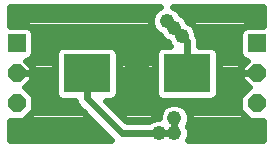
<source format=gtl>
G75*
G70*
%OFA0B0*%
%FSLAX24Y24*%
%IPPOS*%
%LPD*%
%AMOC8*
5,1,8,0,0,1.08239X$1,22.5*
%
%ADD10R,0.1575X0.1260*%
%ADD11R,0.0594X0.0594*%
%ADD12OC8,0.0594*%
%ADD13C,0.0240*%
%ADD14C,0.0400*%
%ADD15C,0.0900*%
%ADD16C,0.0480*%
D10*
X003048Y002720D03*
X006392Y002720D03*
D11*
X008720Y003720D03*
X000720Y003720D03*
D12*
X000720Y002720D03*
X000720Y001720D03*
X008720Y001720D03*
X008720Y002720D03*
D13*
X000500Y001143D02*
X000500Y000500D01*
X003874Y000500D01*
X002709Y001665D01*
X002649Y001810D01*
X002205Y001810D01*
X002102Y001853D01*
X002024Y001931D01*
X001981Y002034D01*
X001981Y003406D01*
X002024Y003509D01*
X002102Y003587D01*
X002205Y003630D01*
X003891Y003630D01*
X003994Y003587D01*
X004073Y003509D01*
X004116Y003406D01*
X004116Y002034D01*
X004073Y001931D01*
X003994Y001853D01*
X003891Y001810D01*
X003696Y001810D01*
X004386Y001120D01*
X005135Y001120D01*
X005175Y001161D01*
X005367Y001240D01*
X005450Y001240D01*
X005450Y001323D01*
X005529Y001515D01*
X005675Y001661D01*
X005867Y001740D01*
X006073Y001740D01*
X006265Y001661D01*
X006411Y001515D01*
X006490Y001323D01*
X006490Y001117D01*
X006429Y000970D01*
X006490Y000823D01*
X006490Y000617D01*
X006442Y000500D01*
X008940Y000500D01*
X008940Y001143D01*
X008481Y001143D01*
X008143Y001481D01*
X008143Y001959D01*
X008447Y002262D01*
X008203Y002506D01*
X008203Y002720D01*
X008720Y002720D01*
X008720Y002720D01*
X008203Y002720D01*
X008203Y002934D01*
X008412Y003143D01*
X008367Y003143D01*
X008265Y003186D01*
X008186Y003265D01*
X008143Y003367D01*
X008143Y004073D01*
X008186Y004175D01*
X008265Y004254D01*
X008367Y004297D01*
X008940Y004297D01*
X008940Y004940D01*
X005944Y004940D01*
X006015Y004911D01*
X006161Y004765D01*
X006191Y004691D01*
X006265Y004661D01*
X006411Y004515D01*
X006441Y004441D01*
X006515Y004411D01*
X006661Y004265D01*
X006740Y004073D01*
X006740Y004003D01*
X006792Y003878D01*
X006792Y003630D01*
X007235Y003630D01*
X007338Y003587D01*
X007416Y003509D01*
X007459Y003406D01*
X007459Y002034D01*
X007416Y001931D01*
X007338Y001853D01*
X007235Y001810D01*
X005549Y001810D01*
X005446Y001853D01*
X005367Y001931D01*
X005324Y002034D01*
X005324Y003406D01*
X005367Y003509D01*
X005446Y003587D01*
X005549Y003630D01*
X005825Y003630D01*
X005779Y003675D01*
X005749Y003749D01*
X005675Y003779D01*
X005529Y003925D01*
X005499Y003999D01*
X005425Y004029D01*
X005279Y004175D01*
X005200Y004367D01*
X005200Y004573D01*
X005279Y004765D01*
X005425Y004911D01*
X005496Y004940D01*
X000500Y004940D01*
X000500Y004297D01*
X001073Y004297D01*
X001175Y004254D01*
X001254Y004175D01*
X001297Y004073D01*
X001297Y003367D01*
X001254Y003265D01*
X001175Y003186D01*
X001073Y003143D01*
X001028Y003143D01*
X001237Y002934D01*
X001237Y002720D01*
X000720Y002720D01*
X000720Y002720D01*
X001237Y002720D01*
X001237Y002506D01*
X000993Y002262D01*
X001297Y001959D01*
X001297Y001481D01*
X000959Y001143D01*
X000500Y001143D01*
X000500Y000936D02*
X003439Y000936D01*
X003200Y001174D02*
X000990Y001174D01*
X001228Y001413D02*
X002962Y001413D01*
X002723Y001651D02*
X001297Y001651D01*
X001297Y001890D02*
X002066Y001890D01*
X001981Y002128D02*
X001128Y002128D01*
X001097Y002367D02*
X001981Y002367D01*
X001981Y002605D02*
X001237Y002605D01*
X001237Y002844D02*
X001981Y002844D01*
X001981Y003082D02*
X001089Y003082D01*
X001277Y003321D02*
X001981Y003321D01*
X002074Y003559D02*
X001297Y003559D01*
X001297Y003798D02*
X005657Y003798D01*
X005419Y004036D02*
X001297Y004036D01*
X001126Y004275D02*
X005238Y004275D01*
X005200Y004513D02*
X000500Y004513D01*
X000500Y004752D02*
X005274Y004752D01*
X005720Y004470D02*
X006220Y003970D01*
X006392Y003798D01*
X006392Y002720D01*
X005324Y002605D02*
X004116Y002605D01*
X004116Y002367D02*
X005324Y002367D01*
X005324Y002128D02*
X004116Y002128D01*
X004031Y001890D02*
X005409Y001890D01*
X005666Y001651D02*
X003855Y001651D01*
X004093Y001413D02*
X005487Y001413D01*
X005207Y001174D02*
X004332Y001174D01*
X004220Y000720D02*
X005470Y000720D01*
X005970Y000720D01*
X005970Y001220D01*
X006453Y001413D02*
X008212Y001413D01*
X008450Y001174D02*
X006490Y001174D01*
X006444Y000936D02*
X008940Y000936D01*
X008940Y000697D02*
X006490Y000697D01*
X006274Y001651D02*
X008143Y001651D01*
X008143Y001890D02*
X007374Y001890D01*
X007459Y002128D02*
X008312Y002128D01*
X008343Y002367D02*
X007459Y002367D01*
X007459Y002605D02*
X008203Y002605D01*
X008203Y002844D02*
X007459Y002844D01*
X007459Y003082D02*
X008351Y003082D01*
X008163Y003321D02*
X007459Y003321D01*
X007366Y003559D02*
X008143Y003559D01*
X008143Y003798D02*
X006792Y003798D01*
X006740Y004036D02*
X008143Y004036D01*
X008314Y004275D02*
X006651Y004275D01*
X006411Y004513D02*
X008940Y004513D01*
X008940Y004752D02*
X006166Y004752D01*
X005417Y003559D02*
X004023Y003559D01*
X004116Y003321D02*
X005324Y003321D01*
X005324Y003082D02*
X004116Y003082D01*
X004116Y002844D02*
X005324Y002844D01*
X003048Y002720D02*
X003048Y001892D01*
X004220Y000720D01*
X003677Y000697D02*
X000500Y000697D01*
D14*
X000720Y000720D03*
X001220Y000720D03*
X001720Y000720D03*
X004470Y001970D03*
X004970Y001970D03*
X004970Y003470D03*
X004470Y003470D03*
X001720Y004720D03*
X001220Y004720D03*
X000720Y004720D03*
X008220Y004720D03*
X008720Y004720D03*
X008720Y000720D03*
X008220Y000720D03*
D15*
X004720Y002720D03*
D16*
X006220Y003970D03*
X005970Y004220D03*
X005720Y004470D03*
X005970Y001220D03*
X005970Y000720D03*
X005470Y000720D03*
M02*

</source>
